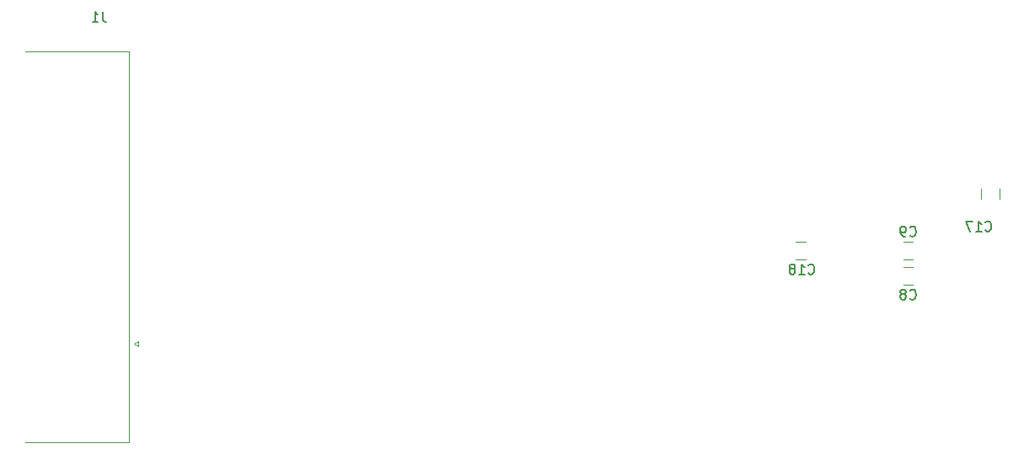
<source format=gbr>
G04 #@! TF.GenerationSoftware,KiCad,Pcbnew,(5.0.0-rc2-dev-444-g2974a2c10)*
G04 #@! TF.CreationDate,2018-05-11T00:11:58+02:00*
G04 #@! TF.ProjectId,TrackAmplifier,547261636B416D706C69666965722E6B,rev?*
G04 #@! TF.SameCoordinates,Original*
G04 #@! TF.FileFunction,Legend,Bot*
G04 #@! TF.FilePolarity,Positive*
%FSLAX46Y46*%
G04 Gerber Fmt 4.6, Leading zero omitted, Abs format (unit mm)*
G04 Created by KiCad (PCBNEW (5.0.0-rc2-dev-444-g2974a2c10)) date 05/11/18 00:11:58*
%MOMM*%
%LPD*%
G01*
G04 APERTURE LIST*
%ADD10C,0.120000*%
%ADD11C,0.150000*%
G04 APERTURE END LIST*
D10*
X52080000Y-104355000D02*
X62560000Y-104355000D01*
X62560000Y-104355000D02*
X62560000Y-65035000D01*
X62560000Y-65035000D02*
X52080000Y-65035000D01*
X63454338Y-94640000D02*
X63454338Y-94140000D01*
X63454338Y-94140000D02*
X63021325Y-94390000D01*
X63021325Y-94390000D02*
X63454338Y-94640000D01*
X141305000Y-86705000D02*
X140305000Y-86705000D01*
X141305000Y-88525000D02*
X140305000Y-88525000D01*
X141305000Y-85985000D02*
X140305000Y-85985000D01*
X141305000Y-84165000D02*
X140305000Y-84165000D01*
X149970000Y-78860000D02*
X149970000Y-79860000D01*
X148150000Y-78860000D02*
X148150000Y-79860000D01*
X130510000Y-84165000D02*
X129510000Y-84165000D01*
X130510000Y-85985000D02*
X129510000Y-85985000D01*
D11*
X59858333Y-61032380D02*
X59858333Y-61746666D01*
X59905952Y-61889523D01*
X60001190Y-61984761D01*
X60144047Y-62032380D01*
X60239285Y-62032380D01*
X58858333Y-62032380D02*
X59429761Y-62032380D01*
X59144047Y-62032380D02*
X59144047Y-61032380D01*
X59239285Y-61175238D01*
X59334523Y-61270476D01*
X59429761Y-61318095D01*
X140971666Y-89877142D02*
X141019285Y-89924761D01*
X141162142Y-89972380D01*
X141257380Y-89972380D01*
X141400238Y-89924761D01*
X141495476Y-89829523D01*
X141543095Y-89734285D01*
X141590714Y-89543809D01*
X141590714Y-89400952D01*
X141543095Y-89210476D01*
X141495476Y-89115238D01*
X141400238Y-89020000D01*
X141257380Y-88972380D01*
X141162142Y-88972380D01*
X141019285Y-89020000D01*
X140971666Y-89067619D01*
X140400238Y-89400952D02*
X140495476Y-89353333D01*
X140543095Y-89305714D01*
X140590714Y-89210476D01*
X140590714Y-89162857D01*
X140543095Y-89067619D01*
X140495476Y-89020000D01*
X140400238Y-88972380D01*
X140209761Y-88972380D01*
X140114523Y-89020000D01*
X140066904Y-89067619D01*
X140019285Y-89162857D01*
X140019285Y-89210476D01*
X140066904Y-89305714D01*
X140114523Y-89353333D01*
X140209761Y-89400952D01*
X140400238Y-89400952D01*
X140495476Y-89448571D01*
X140543095Y-89496190D01*
X140590714Y-89591428D01*
X140590714Y-89781904D01*
X140543095Y-89877142D01*
X140495476Y-89924761D01*
X140400238Y-89972380D01*
X140209761Y-89972380D01*
X140114523Y-89924761D01*
X140066904Y-89877142D01*
X140019285Y-89781904D01*
X140019285Y-89591428D01*
X140066904Y-89496190D01*
X140114523Y-89448571D01*
X140209761Y-89400952D01*
X140971666Y-83527142D02*
X141019285Y-83574761D01*
X141162142Y-83622380D01*
X141257380Y-83622380D01*
X141400238Y-83574761D01*
X141495476Y-83479523D01*
X141543095Y-83384285D01*
X141590714Y-83193809D01*
X141590714Y-83050952D01*
X141543095Y-82860476D01*
X141495476Y-82765238D01*
X141400238Y-82670000D01*
X141257380Y-82622380D01*
X141162142Y-82622380D01*
X141019285Y-82670000D01*
X140971666Y-82717619D01*
X140495476Y-83622380D02*
X140305000Y-83622380D01*
X140209761Y-83574761D01*
X140162142Y-83527142D01*
X140066904Y-83384285D01*
X140019285Y-83193809D01*
X140019285Y-82812857D01*
X140066904Y-82717619D01*
X140114523Y-82670000D01*
X140209761Y-82622380D01*
X140400238Y-82622380D01*
X140495476Y-82670000D01*
X140543095Y-82717619D01*
X140590714Y-82812857D01*
X140590714Y-83050952D01*
X140543095Y-83146190D01*
X140495476Y-83193809D01*
X140400238Y-83241428D01*
X140209761Y-83241428D01*
X140114523Y-83193809D01*
X140066904Y-83146190D01*
X140019285Y-83050952D01*
X148559857Y-83019142D02*
X148607476Y-83066761D01*
X148750333Y-83114380D01*
X148845571Y-83114380D01*
X148988428Y-83066761D01*
X149083666Y-82971523D01*
X149131285Y-82876285D01*
X149178904Y-82685809D01*
X149178904Y-82542952D01*
X149131285Y-82352476D01*
X149083666Y-82257238D01*
X148988428Y-82162000D01*
X148845571Y-82114380D01*
X148750333Y-82114380D01*
X148607476Y-82162000D01*
X148559857Y-82209619D01*
X147607476Y-83114380D02*
X148178904Y-83114380D01*
X147893190Y-83114380D02*
X147893190Y-82114380D01*
X147988428Y-82257238D01*
X148083666Y-82352476D01*
X148178904Y-82400095D01*
X147274142Y-82114380D02*
X146607476Y-82114380D01*
X147036047Y-83114380D01*
X130779857Y-87337142D02*
X130827476Y-87384761D01*
X130970333Y-87432380D01*
X131065571Y-87432380D01*
X131208428Y-87384761D01*
X131303666Y-87289523D01*
X131351285Y-87194285D01*
X131398904Y-87003809D01*
X131398904Y-86860952D01*
X131351285Y-86670476D01*
X131303666Y-86575238D01*
X131208428Y-86480000D01*
X131065571Y-86432380D01*
X130970333Y-86432380D01*
X130827476Y-86480000D01*
X130779857Y-86527619D01*
X129827476Y-87432380D02*
X130398904Y-87432380D01*
X130113190Y-87432380D02*
X130113190Y-86432380D01*
X130208428Y-86575238D01*
X130303666Y-86670476D01*
X130398904Y-86718095D01*
X129256047Y-86860952D02*
X129351285Y-86813333D01*
X129398904Y-86765714D01*
X129446523Y-86670476D01*
X129446523Y-86622857D01*
X129398904Y-86527619D01*
X129351285Y-86480000D01*
X129256047Y-86432380D01*
X129065571Y-86432380D01*
X128970333Y-86480000D01*
X128922714Y-86527619D01*
X128875095Y-86622857D01*
X128875095Y-86670476D01*
X128922714Y-86765714D01*
X128970333Y-86813333D01*
X129065571Y-86860952D01*
X129256047Y-86860952D01*
X129351285Y-86908571D01*
X129398904Y-86956190D01*
X129446523Y-87051428D01*
X129446523Y-87241904D01*
X129398904Y-87337142D01*
X129351285Y-87384761D01*
X129256047Y-87432380D01*
X129065571Y-87432380D01*
X128970333Y-87384761D01*
X128922714Y-87337142D01*
X128875095Y-87241904D01*
X128875095Y-87051428D01*
X128922714Y-86956190D01*
X128970333Y-86908571D01*
X129065571Y-86860952D01*
M02*

</source>
